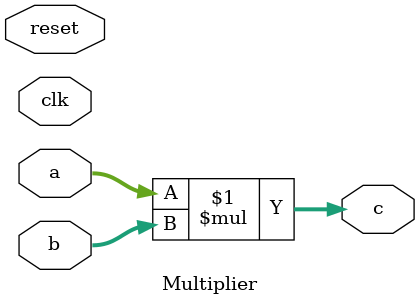
<source format=v>
module Multiplier #(parameter Size = 32)(
  input wire clk,
  input wire reset,
  input wire [Size-1:0] a,
  input wire [Size-1:0] b,
  output wire [Size-1:0] c
);
  assign c = a * b;
endmodule
</source>
